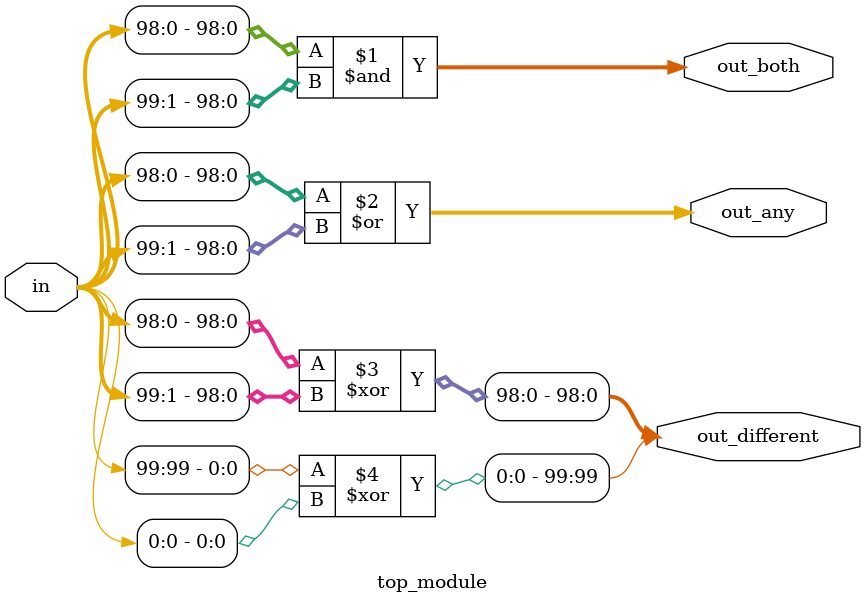
<source format=v>
module top_module( 
    input [99:0] in,
    output [98:0] out_both,
    output [99:1] out_any,
    output [99:0] out_different 
  );
  
  assign out_both = in[98:0] & in[99:1];
	assign out_any = in[98:0] | in[99:1];
	assign out_different = {(in[99] ^ in[0]), in[98:0] ^ in[99:1]};

endmodule

</source>
